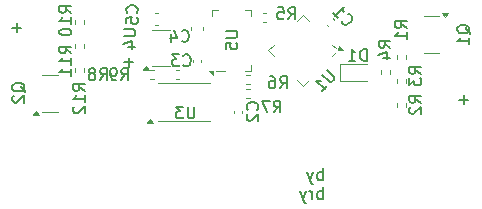
<source format=gbo>
G04 #@! TF.GenerationSoftware,KiCad,Pcbnew,8.0.6-8.0.6-0~ubuntu22.04.1*
G04 #@! TF.CreationDate,2024-11-17T18:12:57-05:00*
G04 #@! TF.ProjectId,NanoDD,4e616e6f-4444-42e6-9b69-6361645f7063,rev?*
G04 #@! TF.SameCoordinates,Original*
G04 #@! TF.FileFunction,Legend,Bot*
G04 #@! TF.FilePolarity,Positive*
%FSLAX46Y46*%
G04 Gerber Fmt 4.6, Leading zero omitted, Abs format (unit mm)*
G04 Created by KiCad (PCBNEW 8.0.6-8.0.6-0~ubuntu22.04.1) date 2024-11-17 18:12:57*
%MOMM*%
%LPD*%
G01*
G04 APERTURE LIST*
%ADD10C,0.152400*%
%ADD11C,0.150000*%
%ADD12C,0.120000*%
G04 APERTURE END LIST*
D10*
X154728641Y-93468741D02*
X153966737Y-93468741D01*
X154347689Y-93849694D02*
X154347689Y-93087789D01*
X164202841Y-96364341D02*
X163440937Y-96364341D01*
X163821889Y-96745294D02*
X163821889Y-95983389D01*
X180230241Y-106362150D02*
X180230241Y-105362150D01*
X180230241Y-105743102D02*
X180135003Y-105695483D01*
X180135003Y-105695483D02*
X179944527Y-105695483D01*
X179944527Y-105695483D02*
X179849289Y-105743102D01*
X179849289Y-105743102D02*
X179801670Y-105790721D01*
X179801670Y-105790721D02*
X179754051Y-105885959D01*
X179754051Y-105885959D02*
X179754051Y-106171673D01*
X179754051Y-106171673D02*
X179801670Y-106266911D01*
X179801670Y-106266911D02*
X179849289Y-106314531D01*
X179849289Y-106314531D02*
X179944527Y-106362150D01*
X179944527Y-106362150D02*
X180135003Y-106362150D01*
X180135003Y-106362150D02*
X180230241Y-106314531D01*
X179420717Y-105695483D02*
X179182622Y-106362150D01*
X178944527Y-105695483D02*
X179182622Y-106362150D01*
X179182622Y-106362150D02*
X179277860Y-106600245D01*
X179277860Y-106600245D02*
X179325479Y-106647864D01*
X179325479Y-106647864D02*
X179420717Y-106695483D01*
X180230241Y-107972094D02*
X180230241Y-106972094D01*
X180230241Y-107353046D02*
X180135003Y-107305427D01*
X180135003Y-107305427D02*
X179944527Y-107305427D01*
X179944527Y-107305427D02*
X179849289Y-107353046D01*
X179849289Y-107353046D02*
X179801670Y-107400665D01*
X179801670Y-107400665D02*
X179754051Y-107495903D01*
X179754051Y-107495903D02*
X179754051Y-107781617D01*
X179754051Y-107781617D02*
X179801670Y-107876855D01*
X179801670Y-107876855D02*
X179849289Y-107924475D01*
X179849289Y-107924475D02*
X179944527Y-107972094D01*
X179944527Y-107972094D02*
X180135003Y-107972094D01*
X180135003Y-107972094D02*
X180230241Y-107924475D01*
X179325479Y-107972094D02*
X179325479Y-107305427D01*
X179325479Y-107495903D02*
X179277860Y-107400665D01*
X179277860Y-107400665D02*
X179230241Y-107353046D01*
X179230241Y-107353046D02*
X179135003Y-107305427D01*
X179135003Y-107305427D02*
X179039765Y-107305427D01*
X178801669Y-107305427D02*
X178563574Y-107972094D01*
X178325479Y-107305427D02*
X178563574Y-107972094D01*
X178563574Y-107972094D02*
X178658812Y-108210189D01*
X178658812Y-108210189D02*
X178706431Y-108257808D01*
X178706431Y-108257808D02*
X178801669Y-108305427D01*
X192574641Y-99564741D02*
X191812737Y-99564741D01*
X192193689Y-99945694D02*
X192193689Y-99183789D01*
D11*
X177331666Y-92733019D02*
X177664999Y-92256828D01*
X177903094Y-92733019D02*
X177903094Y-91733019D01*
X177903094Y-91733019D02*
X177522142Y-91733019D01*
X177522142Y-91733019D02*
X177426904Y-91780638D01*
X177426904Y-91780638D02*
X177379285Y-91828257D01*
X177379285Y-91828257D02*
X177331666Y-91923495D01*
X177331666Y-91923495D02*
X177331666Y-92066352D01*
X177331666Y-92066352D02*
X177379285Y-92161590D01*
X177379285Y-92161590D02*
X177426904Y-92209209D01*
X177426904Y-92209209D02*
X177522142Y-92256828D01*
X177522142Y-92256828D02*
X177903094Y-92256828D01*
X176426904Y-91733019D02*
X176903094Y-91733019D01*
X176903094Y-91733019D02*
X176950713Y-92209209D01*
X176950713Y-92209209D02*
X176903094Y-92161590D01*
X176903094Y-92161590D02*
X176807856Y-92113971D01*
X176807856Y-92113971D02*
X176569761Y-92113971D01*
X176569761Y-92113971D02*
X176474523Y-92161590D01*
X176474523Y-92161590D02*
X176426904Y-92209209D01*
X176426904Y-92209209D02*
X176379285Y-92304447D01*
X176379285Y-92304447D02*
X176379285Y-92542542D01*
X176379285Y-92542542D02*
X176426904Y-92637780D01*
X176426904Y-92637780D02*
X176474523Y-92685400D01*
X176474523Y-92685400D02*
X176569761Y-92733019D01*
X176569761Y-92733019D02*
X176807856Y-92733019D01*
X176807856Y-92733019D02*
X176903094Y-92685400D01*
X176903094Y-92685400D02*
X176950713Y-92637780D01*
X164494380Y-92187733D02*
X164542000Y-92140114D01*
X164542000Y-92140114D02*
X164589619Y-91997257D01*
X164589619Y-91997257D02*
X164589619Y-91902019D01*
X164589619Y-91902019D02*
X164542000Y-91759162D01*
X164542000Y-91759162D02*
X164446761Y-91663924D01*
X164446761Y-91663924D02*
X164351523Y-91616305D01*
X164351523Y-91616305D02*
X164161047Y-91568686D01*
X164161047Y-91568686D02*
X164018190Y-91568686D01*
X164018190Y-91568686D02*
X163827714Y-91616305D01*
X163827714Y-91616305D02*
X163732476Y-91663924D01*
X163732476Y-91663924D02*
X163637238Y-91759162D01*
X163637238Y-91759162D02*
X163589619Y-91902019D01*
X163589619Y-91902019D02*
X163589619Y-91997257D01*
X163589619Y-91997257D02*
X163637238Y-92140114D01*
X163637238Y-92140114D02*
X163684857Y-92187733D01*
X163589619Y-93092495D02*
X163589619Y-92616305D01*
X163589619Y-92616305D02*
X164065809Y-92568686D01*
X164065809Y-92568686D02*
X164018190Y-92616305D01*
X164018190Y-92616305D02*
X163970571Y-92711543D01*
X163970571Y-92711543D02*
X163970571Y-92949638D01*
X163970571Y-92949638D02*
X164018190Y-93044876D01*
X164018190Y-93044876D02*
X164065809Y-93092495D01*
X164065809Y-93092495D02*
X164161047Y-93140114D01*
X164161047Y-93140114D02*
X164399142Y-93140114D01*
X164399142Y-93140114D02*
X164494380Y-93092495D01*
X164494380Y-93092495D02*
X164542000Y-93044876D01*
X164542000Y-93044876D02*
X164589619Y-92949638D01*
X164589619Y-92949638D02*
X164589619Y-92711543D01*
X164589619Y-92711543D02*
X164542000Y-92616305D01*
X164542000Y-92616305D02*
X164494380Y-92568686D01*
X192726457Y-93960961D02*
X192678838Y-93865723D01*
X192678838Y-93865723D02*
X192583600Y-93770485D01*
X192583600Y-93770485D02*
X192440742Y-93627628D01*
X192440742Y-93627628D02*
X192393123Y-93532390D01*
X192393123Y-93532390D02*
X192393123Y-93437152D01*
X192631219Y-93484771D02*
X192583600Y-93389533D01*
X192583600Y-93389533D02*
X192488361Y-93294295D01*
X192488361Y-93294295D02*
X192297885Y-93246676D01*
X192297885Y-93246676D02*
X191964552Y-93246676D01*
X191964552Y-93246676D02*
X191774076Y-93294295D01*
X191774076Y-93294295D02*
X191678838Y-93389533D01*
X191678838Y-93389533D02*
X191631219Y-93484771D01*
X191631219Y-93484771D02*
X191631219Y-93675247D01*
X191631219Y-93675247D02*
X191678838Y-93770485D01*
X191678838Y-93770485D02*
X191774076Y-93865723D01*
X191774076Y-93865723D02*
X191964552Y-93913342D01*
X191964552Y-93913342D02*
X192297885Y-93913342D01*
X192297885Y-93913342D02*
X192488361Y-93865723D01*
X192488361Y-93865723D02*
X192583600Y-93770485D01*
X192583600Y-93770485D02*
X192631219Y-93675247D01*
X192631219Y-93675247D02*
X192631219Y-93484771D01*
X192631219Y-94865723D02*
X192631219Y-94294295D01*
X192631219Y-94580009D02*
X191631219Y-94580009D01*
X191631219Y-94580009D02*
X191774076Y-94484771D01*
X191774076Y-94484771D02*
X191869314Y-94389533D01*
X191869314Y-94389533D02*
X191916933Y-94294295D01*
X185976419Y-95134133D02*
X185500228Y-94800800D01*
X185976419Y-94562705D02*
X184976419Y-94562705D01*
X184976419Y-94562705D02*
X184976419Y-94943657D01*
X184976419Y-94943657D02*
X185024038Y-95038895D01*
X185024038Y-95038895D02*
X185071657Y-95086514D01*
X185071657Y-95086514D02*
X185166895Y-95134133D01*
X185166895Y-95134133D02*
X185309752Y-95134133D01*
X185309752Y-95134133D02*
X185404990Y-95086514D01*
X185404990Y-95086514D02*
X185452609Y-95038895D01*
X185452609Y-95038895D02*
X185500228Y-94943657D01*
X185500228Y-94943657D02*
X185500228Y-94562705D01*
X185309752Y-95991276D02*
X185976419Y-95991276D01*
X184928800Y-95753181D02*
X185643085Y-95515086D01*
X185643085Y-95515086D02*
X185643085Y-96134133D01*
X168289266Y-94568180D02*
X168336885Y-94615800D01*
X168336885Y-94615800D02*
X168479742Y-94663419D01*
X168479742Y-94663419D02*
X168574980Y-94663419D01*
X168574980Y-94663419D02*
X168717837Y-94615800D01*
X168717837Y-94615800D02*
X168813075Y-94520561D01*
X168813075Y-94520561D02*
X168860694Y-94425323D01*
X168860694Y-94425323D02*
X168908313Y-94234847D01*
X168908313Y-94234847D02*
X168908313Y-94091990D01*
X168908313Y-94091990D02*
X168860694Y-93901514D01*
X168860694Y-93901514D02*
X168813075Y-93806276D01*
X168813075Y-93806276D02*
X168717837Y-93711038D01*
X168717837Y-93711038D02*
X168574980Y-93663419D01*
X168574980Y-93663419D02*
X168479742Y-93663419D01*
X168479742Y-93663419D02*
X168336885Y-93711038D01*
X168336885Y-93711038D02*
X168289266Y-93758657D01*
X167432123Y-93996752D02*
X167432123Y-94663419D01*
X167670218Y-93615800D02*
X167908313Y-94330085D01*
X167908313Y-94330085D02*
X167289266Y-94330085D01*
X188567219Y-97369333D02*
X188091028Y-97036000D01*
X188567219Y-96797905D02*
X187567219Y-96797905D01*
X187567219Y-96797905D02*
X187567219Y-97178857D01*
X187567219Y-97178857D02*
X187614838Y-97274095D01*
X187614838Y-97274095D02*
X187662457Y-97321714D01*
X187662457Y-97321714D02*
X187757695Y-97369333D01*
X187757695Y-97369333D02*
X187900552Y-97369333D01*
X187900552Y-97369333D02*
X187995790Y-97321714D01*
X187995790Y-97321714D02*
X188043409Y-97274095D01*
X188043409Y-97274095D02*
X188091028Y-97178857D01*
X188091028Y-97178857D02*
X188091028Y-96797905D01*
X187567219Y-97702667D02*
X187567219Y-98321714D01*
X187567219Y-98321714D02*
X187948171Y-97988381D01*
X187948171Y-97988381D02*
X187948171Y-98131238D01*
X187948171Y-98131238D02*
X187995790Y-98226476D01*
X187995790Y-98226476D02*
X188043409Y-98274095D01*
X188043409Y-98274095D02*
X188138647Y-98321714D01*
X188138647Y-98321714D02*
X188376742Y-98321714D01*
X188376742Y-98321714D02*
X188471980Y-98274095D01*
X188471980Y-98274095D02*
X188519600Y-98226476D01*
X188519600Y-98226476D02*
X188567219Y-98131238D01*
X188567219Y-98131238D02*
X188567219Y-97845524D01*
X188567219Y-97845524D02*
X188519600Y-97750286D01*
X188519600Y-97750286D02*
X188471980Y-97702667D01*
X161380466Y-97889219D02*
X161713799Y-97413028D01*
X161951894Y-97889219D02*
X161951894Y-96889219D01*
X161951894Y-96889219D02*
X161570942Y-96889219D01*
X161570942Y-96889219D02*
X161475704Y-96936838D01*
X161475704Y-96936838D02*
X161428085Y-96984457D01*
X161428085Y-96984457D02*
X161380466Y-97079695D01*
X161380466Y-97079695D02*
X161380466Y-97222552D01*
X161380466Y-97222552D02*
X161428085Y-97317790D01*
X161428085Y-97317790D02*
X161475704Y-97365409D01*
X161475704Y-97365409D02*
X161570942Y-97413028D01*
X161570942Y-97413028D02*
X161951894Y-97413028D01*
X160809037Y-97317790D02*
X160904275Y-97270171D01*
X160904275Y-97270171D02*
X160951894Y-97222552D01*
X160951894Y-97222552D02*
X160999513Y-97127314D01*
X160999513Y-97127314D02*
X160999513Y-97079695D01*
X160999513Y-97079695D02*
X160951894Y-96984457D01*
X160951894Y-96984457D02*
X160904275Y-96936838D01*
X160904275Y-96936838D02*
X160809037Y-96889219D01*
X160809037Y-96889219D02*
X160618561Y-96889219D01*
X160618561Y-96889219D02*
X160523323Y-96936838D01*
X160523323Y-96936838D02*
X160475704Y-96984457D01*
X160475704Y-96984457D02*
X160428085Y-97079695D01*
X160428085Y-97079695D02*
X160428085Y-97127314D01*
X160428085Y-97127314D02*
X160475704Y-97222552D01*
X160475704Y-97222552D02*
X160523323Y-97270171D01*
X160523323Y-97270171D02*
X160618561Y-97317790D01*
X160618561Y-97317790D02*
X160809037Y-97317790D01*
X160809037Y-97317790D02*
X160904275Y-97365409D01*
X160904275Y-97365409D02*
X160951894Y-97413028D01*
X160951894Y-97413028D02*
X160999513Y-97508266D01*
X160999513Y-97508266D02*
X160999513Y-97698742D01*
X160999513Y-97698742D02*
X160951894Y-97793980D01*
X160951894Y-97793980D02*
X160904275Y-97841600D01*
X160904275Y-97841600D02*
X160809037Y-97889219D01*
X160809037Y-97889219D02*
X160618561Y-97889219D01*
X160618561Y-97889219D02*
X160523323Y-97841600D01*
X160523323Y-97841600D02*
X160475704Y-97793980D01*
X160475704Y-97793980D02*
X160428085Y-97698742D01*
X160428085Y-97698742D02*
X160428085Y-97508266D01*
X160428085Y-97508266D02*
X160475704Y-97413028D01*
X160475704Y-97413028D02*
X160523323Y-97365409D01*
X160523323Y-97365409D02*
X160618561Y-97317790D01*
X160093819Y-98798142D02*
X159617628Y-98464809D01*
X160093819Y-98226714D02*
X159093819Y-98226714D01*
X159093819Y-98226714D02*
X159093819Y-98607666D01*
X159093819Y-98607666D02*
X159141438Y-98702904D01*
X159141438Y-98702904D02*
X159189057Y-98750523D01*
X159189057Y-98750523D02*
X159284295Y-98798142D01*
X159284295Y-98798142D02*
X159427152Y-98798142D01*
X159427152Y-98798142D02*
X159522390Y-98750523D01*
X159522390Y-98750523D02*
X159570009Y-98702904D01*
X159570009Y-98702904D02*
X159617628Y-98607666D01*
X159617628Y-98607666D02*
X159617628Y-98226714D01*
X160093819Y-99750523D02*
X160093819Y-99179095D01*
X160093819Y-99464809D02*
X159093819Y-99464809D01*
X159093819Y-99464809D02*
X159236676Y-99369571D01*
X159236676Y-99369571D02*
X159331914Y-99274333D01*
X159331914Y-99274333D02*
X159379533Y-99179095D01*
X159189057Y-100131476D02*
X159141438Y-100179095D01*
X159141438Y-100179095D02*
X159093819Y-100274333D01*
X159093819Y-100274333D02*
X159093819Y-100512428D01*
X159093819Y-100512428D02*
X159141438Y-100607666D01*
X159141438Y-100607666D02*
X159189057Y-100655285D01*
X159189057Y-100655285D02*
X159284295Y-100702904D01*
X159284295Y-100702904D02*
X159379533Y-100702904D01*
X159379533Y-100702904D02*
X159522390Y-100655285D01*
X159522390Y-100655285D02*
X160093819Y-100083857D01*
X160093819Y-100083857D02*
X160093819Y-100702904D01*
X181829188Y-92853512D02*
X181829188Y-92920856D01*
X181829188Y-92920856D02*
X181896532Y-93055543D01*
X181896532Y-93055543D02*
X181963875Y-93122886D01*
X181963875Y-93122886D02*
X182098562Y-93190230D01*
X182098562Y-93190230D02*
X182233249Y-93190230D01*
X182233249Y-93190230D02*
X182334264Y-93156558D01*
X182334264Y-93156558D02*
X182502623Y-93055543D01*
X182502623Y-93055543D02*
X182603638Y-92954528D01*
X182603638Y-92954528D02*
X182704654Y-92786169D01*
X182704654Y-92786169D02*
X182738325Y-92685154D01*
X182738325Y-92685154D02*
X182738325Y-92550467D01*
X182738325Y-92550467D02*
X182670982Y-92415780D01*
X182670982Y-92415780D02*
X182603638Y-92348436D01*
X182603638Y-92348436D02*
X182468951Y-92281093D01*
X182468951Y-92281093D02*
X182401608Y-92281093D01*
X181088410Y-92247421D02*
X181492471Y-92651482D01*
X181290440Y-92449451D02*
X181997547Y-91742345D01*
X181997547Y-91742345D02*
X181963875Y-91910703D01*
X181963875Y-91910703D02*
X181963875Y-92045390D01*
X181963875Y-92045390D02*
X181997547Y-92146406D01*
X183948394Y-96263619D02*
X183948394Y-95263619D01*
X183948394Y-95263619D02*
X183710299Y-95263619D01*
X183710299Y-95263619D02*
X183567442Y-95311238D01*
X183567442Y-95311238D02*
X183472204Y-95406476D01*
X183472204Y-95406476D02*
X183424585Y-95501714D01*
X183424585Y-95501714D02*
X183376966Y-95692190D01*
X183376966Y-95692190D02*
X183376966Y-95835047D01*
X183376966Y-95835047D02*
X183424585Y-96025523D01*
X183424585Y-96025523D02*
X183472204Y-96120761D01*
X183472204Y-96120761D02*
X183567442Y-96216000D01*
X183567442Y-96216000D02*
X183710299Y-96263619D01*
X183710299Y-96263619D02*
X183948394Y-96263619D01*
X182424585Y-96263619D02*
X182996013Y-96263619D01*
X182710299Y-96263619D02*
X182710299Y-95263619D01*
X182710299Y-95263619D02*
X182805537Y-95406476D01*
X182805537Y-95406476D02*
X182900775Y-95501714D01*
X182900775Y-95501714D02*
X182996013Y-95549333D01*
X169367104Y-100140419D02*
X169367104Y-100949942D01*
X169367104Y-100949942D02*
X169319485Y-101045180D01*
X169319485Y-101045180D02*
X169271866Y-101092800D01*
X169271866Y-101092800D02*
X169176628Y-101140419D01*
X169176628Y-101140419D02*
X168986152Y-101140419D01*
X168986152Y-101140419D02*
X168890914Y-101092800D01*
X168890914Y-101092800D02*
X168843295Y-101045180D01*
X168843295Y-101045180D02*
X168795676Y-100949942D01*
X168795676Y-100949942D02*
X168795676Y-100140419D01*
X168414723Y-100140419D02*
X167795676Y-100140419D01*
X167795676Y-100140419D02*
X168129009Y-100521371D01*
X168129009Y-100521371D02*
X167986152Y-100521371D01*
X167986152Y-100521371D02*
X167890914Y-100568990D01*
X167890914Y-100568990D02*
X167843295Y-100616609D01*
X167843295Y-100616609D02*
X167795676Y-100711847D01*
X167795676Y-100711847D02*
X167795676Y-100949942D01*
X167795676Y-100949942D02*
X167843295Y-101045180D01*
X167843295Y-101045180D02*
X167890914Y-101092800D01*
X167890914Y-101092800D02*
X167986152Y-101140419D01*
X167986152Y-101140419D02*
X168271866Y-101140419D01*
X168271866Y-101140419D02*
X168367104Y-101092800D01*
X168367104Y-101092800D02*
X168414723Y-101045180D01*
X176087066Y-100632419D02*
X176420399Y-100156228D01*
X176658494Y-100632419D02*
X176658494Y-99632419D01*
X176658494Y-99632419D02*
X176277542Y-99632419D01*
X176277542Y-99632419D02*
X176182304Y-99680038D01*
X176182304Y-99680038D02*
X176134685Y-99727657D01*
X176134685Y-99727657D02*
X176087066Y-99822895D01*
X176087066Y-99822895D02*
X176087066Y-99965752D01*
X176087066Y-99965752D02*
X176134685Y-100060990D01*
X176134685Y-100060990D02*
X176182304Y-100108609D01*
X176182304Y-100108609D02*
X176277542Y-100156228D01*
X176277542Y-100156228D02*
X176658494Y-100156228D01*
X175753732Y-99632419D02*
X175087066Y-99632419D01*
X175087066Y-99632419D02*
X175515637Y-100632419D01*
X158950819Y-92194142D02*
X158474628Y-91860809D01*
X158950819Y-91622714D02*
X157950819Y-91622714D01*
X157950819Y-91622714D02*
X157950819Y-92003666D01*
X157950819Y-92003666D02*
X157998438Y-92098904D01*
X157998438Y-92098904D02*
X158046057Y-92146523D01*
X158046057Y-92146523D02*
X158141295Y-92194142D01*
X158141295Y-92194142D02*
X158284152Y-92194142D01*
X158284152Y-92194142D02*
X158379390Y-92146523D01*
X158379390Y-92146523D02*
X158427009Y-92098904D01*
X158427009Y-92098904D02*
X158474628Y-92003666D01*
X158474628Y-92003666D02*
X158474628Y-91622714D01*
X158950819Y-93146523D02*
X158950819Y-92575095D01*
X158950819Y-92860809D02*
X157950819Y-92860809D01*
X157950819Y-92860809D02*
X158093676Y-92765571D01*
X158093676Y-92765571D02*
X158188914Y-92670333D01*
X158188914Y-92670333D02*
X158236533Y-92575095D01*
X157950819Y-93765571D02*
X157950819Y-93860809D01*
X157950819Y-93860809D02*
X157998438Y-93956047D01*
X157998438Y-93956047D02*
X158046057Y-94003666D01*
X158046057Y-94003666D02*
X158141295Y-94051285D01*
X158141295Y-94051285D02*
X158331771Y-94098904D01*
X158331771Y-94098904D02*
X158569866Y-94098904D01*
X158569866Y-94098904D02*
X158760342Y-94051285D01*
X158760342Y-94051285D02*
X158855580Y-94003666D01*
X158855580Y-94003666D02*
X158903200Y-93956047D01*
X158903200Y-93956047D02*
X158950819Y-93860809D01*
X158950819Y-93860809D02*
X158950819Y-93765571D01*
X158950819Y-93765571D02*
X158903200Y-93670333D01*
X158903200Y-93670333D02*
X158855580Y-93622714D01*
X158855580Y-93622714D02*
X158760342Y-93575095D01*
X158760342Y-93575095D02*
X158569866Y-93527476D01*
X158569866Y-93527476D02*
X158331771Y-93527476D01*
X158331771Y-93527476D02*
X158141295Y-93575095D01*
X158141295Y-93575095D02*
X158046057Y-93622714D01*
X158046057Y-93622714D02*
X157998438Y-93670333D01*
X157998438Y-93670333D02*
X157950819Y-93765571D01*
X163183866Y-97889219D02*
X163517199Y-97413028D01*
X163755294Y-97889219D02*
X163755294Y-96889219D01*
X163755294Y-96889219D02*
X163374342Y-96889219D01*
X163374342Y-96889219D02*
X163279104Y-96936838D01*
X163279104Y-96936838D02*
X163231485Y-96984457D01*
X163231485Y-96984457D02*
X163183866Y-97079695D01*
X163183866Y-97079695D02*
X163183866Y-97222552D01*
X163183866Y-97222552D02*
X163231485Y-97317790D01*
X163231485Y-97317790D02*
X163279104Y-97365409D01*
X163279104Y-97365409D02*
X163374342Y-97413028D01*
X163374342Y-97413028D02*
X163755294Y-97413028D01*
X162707675Y-97889219D02*
X162517199Y-97889219D01*
X162517199Y-97889219D02*
X162421961Y-97841600D01*
X162421961Y-97841600D02*
X162374342Y-97793980D01*
X162374342Y-97793980D02*
X162279104Y-97651123D01*
X162279104Y-97651123D02*
X162231485Y-97460647D01*
X162231485Y-97460647D02*
X162231485Y-97079695D01*
X162231485Y-97079695D02*
X162279104Y-96984457D01*
X162279104Y-96984457D02*
X162326723Y-96936838D01*
X162326723Y-96936838D02*
X162421961Y-96889219D01*
X162421961Y-96889219D02*
X162612437Y-96889219D01*
X162612437Y-96889219D02*
X162707675Y-96936838D01*
X162707675Y-96936838D02*
X162755294Y-96984457D01*
X162755294Y-96984457D02*
X162802913Y-97079695D01*
X162802913Y-97079695D02*
X162802913Y-97317790D01*
X162802913Y-97317790D02*
X162755294Y-97413028D01*
X162755294Y-97413028D02*
X162707675Y-97460647D01*
X162707675Y-97460647D02*
X162612437Y-97508266D01*
X162612437Y-97508266D02*
X162421961Y-97508266D01*
X162421961Y-97508266D02*
X162326723Y-97460647D01*
X162326723Y-97460647D02*
X162279104Y-97413028D01*
X162279104Y-97413028D02*
X162231485Y-97317790D01*
X174705180Y-100389333D02*
X174752800Y-100341714D01*
X174752800Y-100341714D02*
X174800419Y-100198857D01*
X174800419Y-100198857D02*
X174800419Y-100103619D01*
X174800419Y-100103619D02*
X174752800Y-99960762D01*
X174752800Y-99960762D02*
X174657561Y-99865524D01*
X174657561Y-99865524D02*
X174562323Y-99817905D01*
X174562323Y-99817905D02*
X174371847Y-99770286D01*
X174371847Y-99770286D02*
X174228990Y-99770286D01*
X174228990Y-99770286D02*
X174038514Y-99817905D01*
X174038514Y-99817905D02*
X173943276Y-99865524D01*
X173943276Y-99865524D02*
X173848038Y-99960762D01*
X173848038Y-99960762D02*
X173800419Y-100103619D01*
X173800419Y-100103619D02*
X173800419Y-100198857D01*
X173800419Y-100198857D02*
X173848038Y-100341714D01*
X173848038Y-100341714D02*
X173895657Y-100389333D01*
X173895657Y-100770286D02*
X173848038Y-100817905D01*
X173848038Y-100817905D02*
X173800419Y-100913143D01*
X173800419Y-100913143D02*
X173800419Y-101151238D01*
X173800419Y-101151238D02*
X173848038Y-101246476D01*
X173848038Y-101246476D02*
X173895657Y-101294095D01*
X173895657Y-101294095D02*
X173990895Y-101341714D01*
X173990895Y-101341714D02*
X174086133Y-101341714D01*
X174086133Y-101341714D02*
X174228990Y-101294095D01*
X174228990Y-101294095D02*
X174800419Y-100722667D01*
X174800419Y-100722667D02*
X174800419Y-101341714D01*
X168441666Y-96625580D02*
X168489285Y-96673200D01*
X168489285Y-96673200D02*
X168632142Y-96720819D01*
X168632142Y-96720819D02*
X168727380Y-96720819D01*
X168727380Y-96720819D02*
X168870237Y-96673200D01*
X168870237Y-96673200D02*
X168965475Y-96577961D01*
X168965475Y-96577961D02*
X169013094Y-96482723D01*
X169013094Y-96482723D02*
X169060713Y-96292247D01*
X169060713Y-96292247D02*
X169060713Y-96149390D01*
X169060713Y-96149390D02*
X169013094Y-95958914D01*
X169013094Y-95958914D02*
X168965475Y-95863676D01*
X168965475Y-95863676D02*
X168870237Y-95768438D01*
X168870237Y-95768438D02*
X168727380Y-95720819D01*
X168727380Y-95720819D02*
X168632142Y-95720819D01*
X168632142Y-95720819D02*
X168489285Y-95768438D01*
X168489285Y-95768438D02*
X168441666Y-95816057D01*
X168108332Y-95720819D02*
X167489285Y-95720819D01*
X167489285Y-95720819D02*
X167822618Y-96101771D01*
X167822618Y-96101771D02*
X167679761Y-96101771D01*
X167679761Y-96101771D02*
X167584523Y-96149390D01*
X167584523Y-96149390D02*
X167536904Y-96197009D01*
X167536904Y-96197009D02*
X167489285Y-96292247D01*
X167489285Y-96292247D02*
X167489285Y-96530342D01*
X167489285Y-96530342D02*
X167536904Y-96625580D01*
X167536904Y-96625580D02*
X167584523Y-96673200D01*
X167584523Y-96673200D02*
X167679761Y-96720819D01*
X167679761Y-96720819D02*
X167965475Y-96720819D01*
X167965475Y-96720819D02*
X168060713Y-96673200D01*
X168060713Y-96673200D02*
X168108332Y-96625580D01*
X155058257Y-98888561D02*
X155010638Y-98793323D01*
X155010638Y-98793323D02*
X154915400Y-98698085D01*
X154915400Y-98698085D02*
X154772542Y-98555228D01*
X154772542Y-98555228D02*
X154724923Y-98459990D01*
X154724923Y-98459990D02*
X154724923Y-98364752D01*
X154963019Y-98412371D02*
X154915400Y-98317133D01*
X154915400Y-98317133D02*
X154820161Y-98221895D01*
X154820161Y-98221895D02*
X154629685Y-98174276D01*
X154629685Y-98174276D02*
X154296352Y-98174276D01*
X154296352Y-98174276D02*
X154105876Y-98221895D01*
X154105876Y-98221895D02*
X154010638Y-98317133D01*
X154010638Y-98317133D02*
X153963019Y-98412371D01*
X153963019Y-98412371D02*
X153963019Y-98602847D01*
X153963019Y-98602847D02*
X154010638Y-98698085D01*
X154010638Y-98698085D02*
X154105876Y-98793323D01*
X154105876Y-98793323D02*
X154296352Y-98840942D01*
X154296352Y-98840942D02*
X154629685Y-98840942D01*
X154629685Y-98840942D02*
X154820161Y-98793323D01*
X154820161Y-98793323D02*
X154915400Y-98698085D01*
X154915400Y-98698085D02*
X154963019Y-98602847D01*
X154963019Y-98602847D02*
X154963019Y-98412371D01*
X154058257Y-99221895D02*
X154010638Y-99269514D01*
X154010638Y-99269514D02*
X153963019Y-99364752D01*
X153963019Y-99364752D02*
X153963019Y-99602847D01*
X153963019Y-99602847D02*
X154010638Y-99698085D01*
X154010638Y-99698085D02*
X154058257Y-99745704D01*
X154058257Y-99745704D02*
X154153495Y-99793323D01*
X154153495Y-99793323D02*
X154248733Y-99793323D01*
X154248733Y-99793323D02*
X154391590Y-99745704D01*
X154391590Y-99745704D02*
X154963019Y-99174276D01*
X154963019Y-99174276D02*
X154963019Y-99793323D01*
X180620246Y-97018150D02*
X181192666Y-97590570D01*
X181192666Y-97590570D02*
X181226338Y-97691585D01*
X181226338Y-97691585D02*
X181226338Y-97758929D01*
X181226338Y-97758929D02*
X181192666Y-97859944D01*
X181192666Y-97859944D02*
X181057979Y-97994631D01*
X181057979Y-97994631D02*
X180956964Y-98028303D01*
X180956964Y-98028303D02*
X180889620Y-98028303D01*
X180889620Y-98028303D02*
X180788605Y-97994631D01*
X180788605Y-97994631D02*
X180216185Y-97422211D01*
X180216185Y-98836425D02*
X180620246Y-98432364D01*
X180418216Y-98634394D02*
X179711109Y-97927288D01*
X179711109Y-97927288D02*
X179879468Y-97960959D01*
X179879468Y-97960959D02*
X180014155Y-97960959D01*
X180014155Y-97960959D02*
X180115170Y-97927288D01*
X163386419Y-93599095D02*
X164195942Y-93599095D01*
X164195942Y-93599095D02*
X164291180Y-93646714D01*
X164291180Y-93646714D02*
X164338800Y-93694333D01*
X164338800Y-93694333D02*
X164386419Y-93789571D01*
X164386419Y-93789571D02*
X164386419Y-93980047D01*
X164386419Y-93980047D02*
X164338800Y-94075285D01*
X164338800Y-94075285D02*
X164291180Y-94122904D01*
X164291180Y-94122904D02*
X164195942Y-94170523D01*
X164195942Y-94170523D02*
X163386419Y-94170523D01*
X163719752Y-95075285D02*
X164386419Y-95075285D01*
X163338800Y-94837190D02*
X164053085Y-94599095D01*
X164053085Y-94599095D02*
X164053085Y-95218142D01*
X176620466Y-98575019D02*
X176953799Y-98098828D01*
X177191894Y-98575019D02*
X177191894Y-97575019D01*
X177191894Y-97575019D02*
X176810942Y-97575019D01*
X176810942Y-97575019D02*
X176715704Y-97622638D01*
X176715704Y-97622638D02*
X176668085Y-97670257D01*
X176668085Y-97670257D02*
X176620466Y-97765495D01*
X176620466Y-97765495D02*
X176620466Y-97908352D01*
X176620466Y-97908352D02*
X176668085Y-98003590D01*
X176668085Y-98003590D02*
X176715704Y-98051209D01*
X176715704Y-98051209D02*
X176810942Y-98098828D01*
X176810942Y-98098828D02*
X177191894Y-98098828D01*
X175763323Y-97575019D02*
X175953799Y-97575019D01*
X175953799Y-97575019D02*
X176049037Y-97622638D01*
X176049037Y-97622638D02*
X176096656Y-97670257D01*
X176096656Y-97670257D02*
X176191894Y-97813114D01*
X176191894Y-97813114D02*
X176239513Y-98003590D01*
X176239513Y-98003590D02*
X176239513Y-98384542D01*
X176239513Y-98384542D02*
X176191894Y-98479780D01*
X176191894Y-98479780D02*
X176144275Y-98527400D01*
X176144275Y-98527400D02*
X176049037Y-98575019D01*
X176049037Y-98575019D02*
X175858561Y-98575019D01*
X175858561Y-98575019D02*
X175763323Y-98527400D01*
X175763323Y-98527400D02*
X175715704Y-98479780D01*
X175715704Y-98479780D02*
X175668085Y-98384542D01*
X175668085Y-98384542D02*
X175668085Y-98146447D01*
X175668085Y-98146447D02*
X175715704Y-98051209D01*
X175715704Y-98051209D02*
X175763323Y-98003590D01*
X175763323Y-98003590D02*
X175858561Y-97955971D01*
X175858561Y-97955971D02*
X176049037Y-97955971D01*
X176049037Y-97955971D02*
X176144275Y-98003590D01*
X176144275Y-98003590D02*
X176191894Y-98051209D01*
X176191894Y-98051209D02*
X176239513Y-98146447D01*
X187348019Y-93457733D02*
X186871828Y-93124400D01*
X187348019Y-92886305D02*
X186348019Y-92886305D01*
X186348019Y-92886305D02*
X186348019Y-93267257D01*
X186348019Y-93267257D02*
X186395638Y-93362495D01*
X186395638Y-93362495D02*
X186443257Y-93410114D01*
X186443257Y-93410114D02*
X186538495Y-93457733D01*
X186538495Y-93457733D02*
X186681352Y-93457733D01*
X186681352Y-93457733D02*
X186776590Y-93410114D01*
X186776590Y-93410114D02*
X186824209Y-93362495D01*
X186824209Y-93362495D02*
X186871828Y-93267257D01*
X186871828Y-93267257D02*
X186871828Y-92886305D01*
X187348019Y-94410114D02*
X187348019Y-93838686D01*
X187348019Y-94124400D02*
X186348019Y-94124400D01*
X186348019Y-94124400D02*
X186490876Y-94029162D01*
X186490876Y-94029162D02*
X186586114Y-93933924D01*
X186586114Y-93933924D02*
X186633733Y-93838686D01*
X188567219Y-99807733D02*
X188091028Y-99474400D01*
X188567219Y-99236305D02*
X187567219Y-99236305D01*
X187567219Y-99236305D02*
X187567219Y-99617257D01*
X187567219Y-99617257D02*
X187614838Y-99712495D01*
X187614838Y-99712495D02*
X187662457Y-99760114D01*
X187662457Y-99760114D02*
X187757695Y-99807733D01*
X187757695Y-99807733D02*
X187900552Y-99807733D01*
X187900552Y-99807733D02*
X187995790Y-99760114D01*
X187995790Y-99760114D02*
X188043409Y-99712495D01*
X188043409Y-99712495D02*
X188091028Y-99617257D01*
X188091028Y-99617257D02*
X188091028Y-99236305D01*
X187662457Y-100188686D02*
X187614838Y-100236305D01*
X187614838Y-100236305D02*
X187567219Y-100331543D01*
X187567219Y-100331543D02*
X187567219Y-100569638D01*
X187567219Y-100569638D02*
X187614838Y-100664876D01*
X187614838Y-100664876D02*
X187662457Y-100712495D01*
X187662457Y-100712495D02*
X187757695Y-100760114D01*
X187757695Y-100760114D02*
X187852933Y-100760114D01*
X187852933Y-100760114D02*
X187995790Y-100712495D01*
X187995790Y-100712495D02*
X188567219Y-100141067D01*
X188567219Y-100141067D02*
X188567219Y-100760114D01*
X158950819Y-95623142D02*
X158474628Y-95289809D01*
X158950819Y-95051714D02*
X157950819Y-95051714D01*
X157950819Y-95051714D02*
X157950819Y-95432666D01*
X157950819Y-95432666D02*
X157998438Y-95527904D01*
X157998438Y-95527904D02*
X158046057Y-95575523D01*
X158046057Y-95575523D02*
X158141295Y-95623142D01*
X158141295Y-95623142D02*
X158284152Y-95623142D01*
X158284152Y-95623142D02*
X158379390Y-95575523D01*
X158379390Y-95575523D02*
X158427009Y-95527904D01*
X158427009Y-95527904D02*
X158474628Y-95432666D01*
X158474628Y-95432666D02*
X158474628Y-95051714D01*
X158950819Y-96575523D02*
X158950819Y-96004095D01*
X158950819Y-96289809D02*
X157950819Y-96289809D01*
X157950819Y-96289809D02*
X158093676Y-96194571D01*
X158093676Y-96194571D02*
X158188914Y-96099333D01*
X158188914Y-96099333D02*
X158236533Y-96004095D01*
X158950819Y-97527904D02*
X158950819Y-96956476D01*
X158950819Y-97242190D02*
X157950819Y-97242190D01*
X157950819Y-97242190D02*
X158093676Y-97146952D01*
X158093676Y-97146952D02*
X158188914Y-97051714D01*
X158188914Y-97051714D02*
X158236533Y-96956476D01*
X172022419Y-93726095D02*
X172831942Y-93726095D01*
X172831942Y-93726095D02*
X172927180Y-93773714D01*
X172927180Y-93773714D02*
X172974800Y-93821333D01*
X172974800Y-93821333D02*
X173022419Y-93916571D01*
X173022419Y-93916571D02*
X173022419Y-94107047D01*
X173022419Y-94107047D02*
X172974800Y-94202285D01*
X172974800Y-94202285D02*
X172927180Y-94249904D01*
X172927180Y-94249904D02*
X172831942Y-94297523D01*
X172831942Y-94297523D02*
X172022419Y-94297523D01*
X172022419Y-95249904D02*
X172022419Y-94773714D01*
X172022419Y-94773714D02*
X172498609Y-94726095D01*
X172498609Y-94726095D02*
X172450990Y-94773714D01*
X172450990Y-94773714D02*
X172403371Y-94868952D01*
X172403371Y-94868952D02*
X172403371Y-95107047D01*
X172403371Y-95107047D02*
X172450990Y-95202285D01*
X172450990Y-95202285D02*
X172498609Y-95249904D01*
X172498609Y-95249904D02*
X172593847Y-95297523D01*
X172593847Y-95297523D02*
X172831942Y-95297523D01*
X172831942Y-95297523D02*
X172927180Y-95249904D01*
X172927180Y-95249904D02*
X172974800Y-95202285D01*
X172974800Y-95202285D02*
X173022419Y-95107047D01*
X173022419Y-95107047D02*
X173022419Y-94868952D01*
X173022419Y-94868952D02*
X172974800Y-94773714D01*
X172974800Y-94773714D02*
X172927180Y-94726095D01*
D12*
G04 #@! TO.C,R5*
X175464441Y-92203000D02*
X175157159Y-92203000D01*
X175464441Y-92963000D02*
X175157159Y-92963000D01*
G04 #@! TO.C,C5*
X166307380Y-92225400D02*
X166026220Y-92225400D01*
X166307380Y-93245400D02*
X166026220Y-93245400D01*
G04 #@! TO.C,Q1*
X188785500Y-92486000D02*
X189435500Y-92486000D01*
X188785500Y-95606000D02*
X189435500Y-95606000D01*
X190085500Y-92486000D02*
X189435500Y-92486000D01*
X190085500Y-95606000D02*
X189435500Y-95606000D01*
X190598000Y-92536000D02*
X190358000Y-92206000D01*
X190838000Y-92206000D01*
X190598000Y-92536000D01*
G36*
X190598000Y-92536000D02*
G01*
X190358000Y-92206000D01*
X190838000Y-92206000D01*
X190598000Y-92536000D01*
G37*
G04 #@! TO.C,R4*
X185141600Y-97052159D02*
X185141600Y-97359441D01*
X185901600Y-97052159D02*
X185901600Y-97359441D01*
G04 #@! TO.C,C4*
X169085800Y-93637980D02*
X169085800Y-93356820D01*
X170105800Y-93637980D02*
X170105800Y-93356820D01*
G04 #@! TO.C,R3*
X186513200Y-98096041D02*
X186513200Y-97788759D01*
X187273200Y-98096041D02*
X187273200Y-97788759D01*
G04 #@! TO.C,R8*
X165939441Y-97054400D02*
X165632159Y-97054400D01*
X165939441Y-97814400D02*
X165632159Y-97814400D01*
G04 #@! TO.C,R12*
X159259000Y-96876359D02*
X159259000Y-97183641D01*
X160019000Y-96876359D02*
X160019000Y-97183641D01*
G04 #@! TO.C,C1*
X180558779Y-93183896D02*
X180711282Y-93336399D01*
X181067896Y-92674779D02*
X181220399Y-92827282D01*
G04 #@! TO.C,D1*
X181725200Y-96521600D02*
X181725200Y-97991600D01*
X181725200Y-97991600D02*
X184010200Y-97991600D01*
X184010200Y-96521600D02*
X181725200Y-96521600D01*
G04 #@! TO.C,U3*
X166329000Y-98135800D02*
X168529000Y-98135800D01*
X166329000Y-101355800D02*
X168529000Y-101355800D01*
X170729000Y-98135800D02*
X168529000Y-98135800D01*
X170729000Y-101355800D02*
X168529000Y-101355800D01*
X165869000Y-101510800D02*
X165389000Y-101510800D01*
X165629000Y-101180800D01*
X165869000Y-101510800D01*
G36*
X165869000Y-101510800D02*
G01*
X165389000Y-101510800D01*
X165629000Y-101180800D01*
X165869000Y-101510800D01*
G37*
G04 #@! TO.C,R7*
X173734759Y-98629200D02*
X174042041Y-98629200D01*
X173734759Y-99389200D02*
X174042041Y-99389200D01*
G04 #@! TO.C,R10*
X159259000Y-93117641D02*
X159259000Y-92810359D01*
X160019000Y-93117641D02*
X160019000Y-92810359D01*
G04 #@! TO.C,R9*
X168098441Y-97054400D02*
X167791159Y-97054400D01*
X168098441Y-97814400D02*
X167791159Y-97814400D01*
G04 #@! TO.C,C2*
X172715600Y-100476164D02*
X172715600Y-100691836D01*
X173435600Y-100476164D02*
X173435600Y-100691836D01*
G04 #@! TO.C,C3*
X169244000Y-96183564D02*
X169244000Y-96399236D01*
X169964000Y-96183564D02*
X169964000Y-96399236D01*
G04 #@! TO.C,Q2*
X156497500Y-97434000D02*
X157147500Y-97434000D01*
X156497500Y-100554000D02*
X157147500Y-100554000D01*
X157797500Y-97434000D02*
X157147500Y-97434000D01*
X157797500Y-100554000D02*
X157147500Y-100554000D01*
X156225000Y-100834000D02*
X155745000Y-100834000D01*
X155985000Y-100504000D01*
X156225000Y-100834000D01*
G36*
X156225000Y-100834000D02*
G01*
X155745000Y-100834000D01*
X155985000Y-100504000D01*
X156225000Y-100834000D01*
G37*
G04 #@! TO.C,U1*
X175578009Y-95377000D02*
X176072984Y-95871975D01*
X176072984Y-94882025D02*
X175578009Y-95377000D01*
X178067025Y-92887984D02*
X178562000Y-92393009D01*
X178562000Y-92393009D02*
X179056975Y-92887984D01*
X178562000Y-98360991D02*
X178067025Y-97866016D01*
X179056975Y-97866016D02*
X178562000Y-98360991D01*
X181333859Y-95164868D02*
X181051016Y-94882025D01*
X181376285Y-95546706D02*
X181051016Y-95871975D01*
X181949041Y-95313360D02*
X181545991Y-95377000D01*
X181609630Y-94973949D01*
X181949041Y-95313360D01*
G36*
X181949041Y-95313360D02*
G01*
X181545991Y-95377000D01*
X181609630Y-94973949D01*
X181949041Y-95313360D01*
G37*
G04 #@! TO.C,U4*
X165747800Y-93613800D02*
X166547800Y-93613800D01*
X165747800Y-96733800D02*
X166547800Y-96733800D01*
X167347800Y-93613800D02*
X166547800Y-93613800D01*
X167347800Y-96733800D02*
X166547800Y-96733800D01*
X165487800Y-97013800D02*
X165007800Y-97013800D01*
X165247800Y-96683800D01*
X165487800Y-97013800D01*
G36*
X165487800Y-97013800D02*
G01*
X165007800Y-97013800D01*
X165247800Y-96683800D01*
X165487800Y-97013800D01*
G37*
G04 #@! TO.C,R6*
X173732759Y-97460800D02*
X174040041Y-97460800D01*
X173732759Y-98220800D02*
X174040041Y-98220800D01*
G04 #@! TO.C,R1*
X186513200Y-96112841D02*
X186513200Y-95805559D01*
X187273200Y-96112841D02*
X187273200Y-95805559D01*
G04 #@! TO.C,R2*
X186513200Y-99820759D02*
X186513200Y-100128041D01*
X187273200Y-99820759D02*
X187273200Y-100128041D01*
G04 #@! TO.C,R11*
X159259000Y-94842359D02*
X159259000Y-95149641D01*
X160019000Y-94842359D02*
X160019000Y-95149641D01*
G04 #@! TO.C,U5*
X170875000Y-91938800D02*
X171375000Y-91938800D01*
X170875000Y-92438800D02*
X170875000Y-91938800D01*
X171925000Y-97138800D02*
X171175000Y-97138800D01*
X173675000Y-91938800D02*
X174175000Y-91938800D01*
X174175000Y-91938800D02*
X174175000Y-92438800D01*
X174175000Y-96638800D02*
X174175000Y-97138800D01*
X174175000Y-97138800D02*
X173675000Y-97138800D01*
X170975000Y-97498800D02*
X170615000Y-97138800D01*
X170975000Y-97138800D01*
X170975000Y-97498800D01*
G36*
X170975000Y-97498800D02*
G01*
X170615000Y-97138800D01*
X170975000Y-97138800D01*
X170975000Y-97498800D01*
G37*
G04 #@! TD*
M02*

</source>
